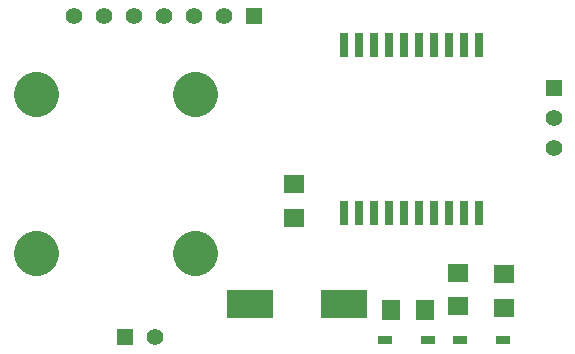
<source format=gts>
G04 ( created by brdgerber.py ( brdgerber.py v0.1 2014-03-12 ) ) date 2021-02-10 18:50:54 EST*
G04 Gerber Fmt 3.4, Leading zero omitted, Abs format*
%MOIN*%
%FSLAX34Y34*%
G01*
G70*
G90*
G04 APERTURE LIST*
%ADD11R,0.0550X0.0550*%
%ADD10R,0.0260X0.0800*%
%ADD17R,0.1575X0.0945*%
%ADD13R,0.0629X0.0709*%
%ADD16R,0.0709X0.0629*%
%ADD12C,0.0550*%
%ADD14R,0.0472X0.0275*%
%ADD15C,0.1500*%
G04 APERTURE END LIST*
G54D11*
D10*
X10350Y22400D03*
D10*
X09850Y22400D03*
D10*
X09350Y22400D03*
D10*
X08850Y22400D03*
D10*
X08350Y22400D03*
D10*
X07850Y22400D03*
D10*
X07350Y22400D03*
D10*
X06850Y22400D03*
D10*
X06850Y16800D03*
D10*
X07350Y16800D03*
D10*
X07850Y16800D03*
D10*
X08350Y16800D03*
D10*
X08850Y16800D03*
D10*
X09350Y16800D03*
D10*
X09850Y16800D03*
D10*
X10350Y16800D03*
D10*
X06350Y22400D03*
D10*
X05850Y22400D03*
D10*
X06350Y16800D03*
D10*
X05850Y16800D03*
D11*
X02850Y23350D03*
D12*
X01850Y23350D03*
D12*
X00850Y23350D03*
D12*
X-00150Y23350D03*
D12*
X-01150Y23350D03*
D12*
X-02150Y23350D03*
D12*
X-03150Y23350D03*
D13*
X07441Y13550D03*
D13*
X08559Y13550D03*
D14*
X11178Y12550D03*
D14*
X09722Y12550D03*
D15*
G01X-04395Y15455D02*
G01X-04395Y15455D01*
D15*
G01X00895Y15455D02*
G01X00895Y15455D01*
D15*
G01X00895Y20745D02*
G01X00895Y20745D01*
D15*
G01X-04395Y20745D02*
G01X-04395Y20745D01*
D11*
X-01450Y12650D03*
D12*
X-00450Y12650D03*
D16*
X09650Y14809D03*
D16*
X09650Y13691D03*
D16*
X11201Y14759D03*
D16*
X11201Y13641D03*
D16*
X04200Y17759D03*
D16*
X04200Y16641D03*
D11*
X12850Y20950D03*
D12*
X12850Y19950D03*
D12*
X12850Y18950D03*
D14*
X08678Y12550D03*
D14*
X07222Y12550D03*
D17*
X05875Y13750D03*
D17*
X02725Y13750D03*
M02*

</source>
